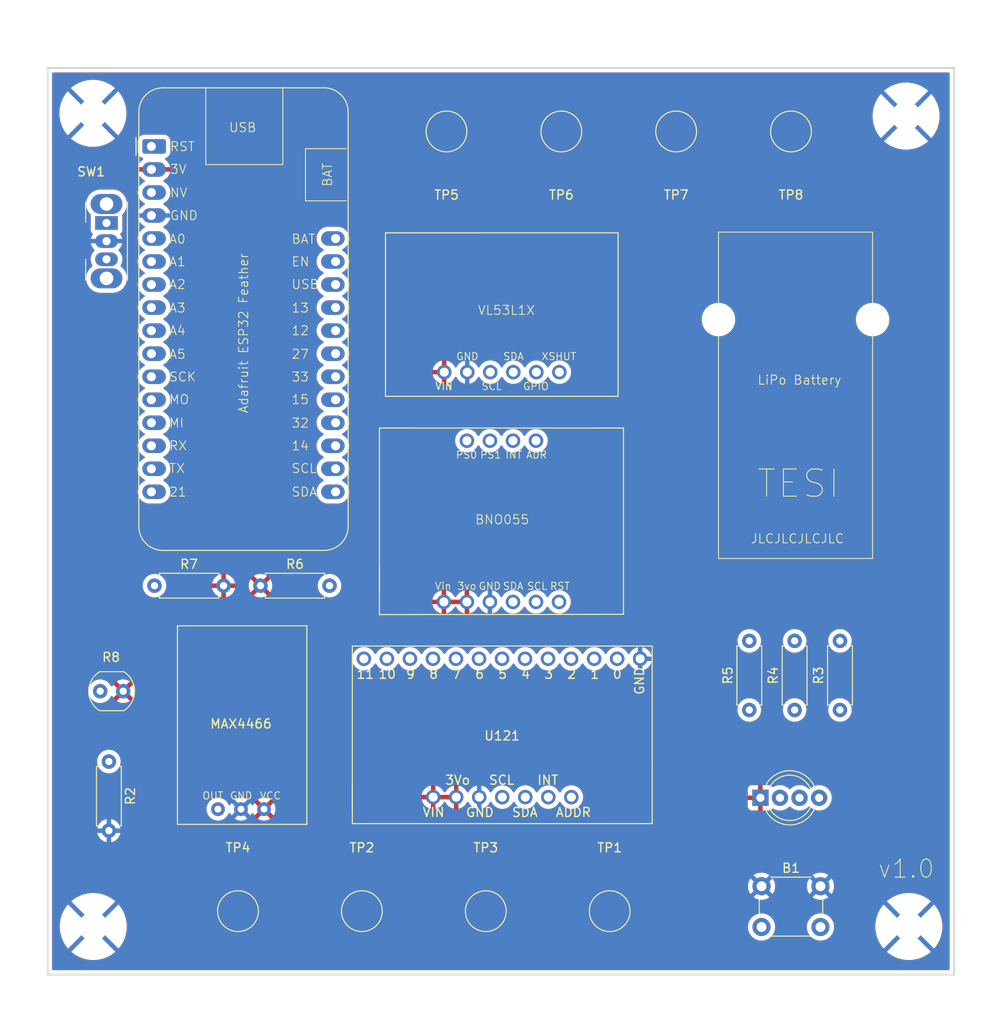
<source format=kicad_pcb>
(kicad_pcb (version 20240108) (generator "pcbnew") (generator_version "8.0")
  (layers (0 "F.Cu" signal) (31 "B.Cu" signal) (34 "B.Paste" user) (35 "F.Paste" user) (36 "B.SilkS" user "B.Silkscreen") (37 "F.SilkS" user "F.Silkscreen") (38 "B.Mask" user) (39 "F.Mask" user) (44 "Edge.Cuts" user))
  (net 0 "")
  (net 2 "Net-(A2-I34{slash}A2)")
  (net 9 "Net-(A2-A9{slash}IO33)")
  (net 12 "+3.3V")
  (net 16 "Net-(A2-A8{slash}IO15)")
  (net 18 "Net-(A2-A10{slash}IO27)")
  (net 19 "Net-(A2-EN)")
  (net 24 "Net-(A2-A7{slash}IO32)")
  (net 25 "Net-(U121-ELE1)")
  (net 31 "Net-(D1-RK)")
  (net 33 "Net-(D1-BK)")
  (net 34 "SDA")
  (net 35 "SCL")
  (net 41 "Net-(D1-GK)")
  (net 44 "Net-(A2-IO36{slash}A4)")
  (net 45 "GND")
  (net 47 "Net-(U121-ELE2)")
  (net 48 "Net-(U121-ELE3)")
  (net 49 "Net-(U121-LED0{slash}ELE4)")
  (net 50 "Net-(U121-LED1{slash}ELE5)")
  (net 51 "Net-(U121-LED2{slash}ELE6)")
  (net 52 "Net-(U121-LED3{slash}ELE7)")
  (net 53 "Net-(U121-LED4{slash}ELE8)")
  (footprint "Resistor_THT:R_Axial_DIN0207_L6.3mm_D2.5mm_P7.62mm_Horizontal" (layer "F.Cu") (at 132.4 110.81 90)
    (property "Reference" "R4" (at 3.81 -2.37 90) (layer "F.SilkS"))
    (property "Value" "220Ω")
    (fp_line (start 7.08 -1.37) (end 7.08 -1.04) (stroke (width 0.12)) (layer "F.SilkS"))
    (fp_line (start 0.54 -1.37) (end 7.08 -1.37) (stroke (width 0.12)) (layer "F.SilkS"))
    (fp_line (start 0.54 -1.04) (end 0.54 -1.37) (stroke (width 0.12)) (layer "F.SilkS"))
    (fp_line (start 0.54 1.04) (end 0.54 1.37) (stroke (width 0.12)) (layer "F.SilkS"))
    (fp_line (start 7.08 1.37) (end 7.08 1.04) (stroke (width 0.12)) (layer "F.SilkS"))
    (fp_line (start 0.54 1.37) (end 7.08 1.37) (stroke (width 0.12)) (layer "F.SilkS"))
    (pad "1" thru_hole circle (at 0 0 90) (size 1.6 1.6) (drill 0.8) (layers "*.Cu" "*.Mask") (net 41 "Net-(D1-GK)"))
    (pad "2" thru_hole oval (at 7.62 0 90) (size 1.6 1.6) (drill 0.8) (layers "*.Cu" "*.Mask") (net 9 "Net-(A2-A9{slash}IO33)"))
  )
  (footprint "Library:Adafruit HUZZAH32 Feather Board - WithoutMountingHoles" (layer "F.Cu") (at 61.4475 48.65)
    (property "Reference" "A2" (hide yes))
    (property "Value" "Adafruit Feather HUZZAH32" (hide yes))
    (fp_line (start -1.7 1) (end -1.7 -1) (stroke (width 0.12)) (layer "F.SilkS"))
    (fp_line (start -1.38 -3.81) (end -1.38 41.91) (stroke (width 0.12)) (layer "F.SilkS"))
    (fp_line (start 6 -6.5) (end 6 2) (stroke (width 0.1)) (layer "F.SilkS"))
    (fp_line (start 6 2) (end 14.5 2) (stroke (width 0.1)) (layer "F.SilkS"))
    (fp_line (start 14.5 2) (end 14.5 -6.5) (stroke (width 0.1)) (layer "F.SilkS"))
    (fp_line (start 17 0.25) (end 21.5 0.25) (stroke (width 0.1)) (layer "F.SilkS"))
    (fp_line (start 17 6) (end 17 0.25) (stroke (width 0.1)) (layer "F.SilkS"))
    (fp_line (start 19.05 -6.46) (end 1.27 -6.46) (stroke (width 0.12)) (layer "F.SilkS"))
    (fp_line (start 19.05 44.56) (end 1.27 44.56) (stroke (width 0.12)) (layer "F.SilkS"))
    (fp_line (start 21.5 6) (end 17 6) (stroke (width 0.1)) (layer "F.SilkS"))
    (fp_line (start 21.7 -3.81) (end 21.7 41.91) (stroke (width 0.12)) (layer "F.SilkS"))
    (fp_arc (start -1.38 -3.81) (mid -0.603833 -5.683833) (end 1.27 -6.46) (stroke (width 0.12)) (layer "F.SilkS"))
    (fp_arc (start 1.27 44.56) (mid -0.603833 43.783833) (end -1.38 41.91) (stroke (width 0.12)) (layer "F.SilkS"))
    (fp_arc (start 19.05 -6.46) (mid 20.923833 -5.683833) (end 21.7 -3.81) (stroke (width 0.12)) (layer "F.SilkS"))
    (fp_arc (start 21.7 41.91) (mid 20.923833 43.783833) (end 19.05 44.56) (stroke (width 0.12)) (layer "F.SilkS"))
    (fp_text user "13" (at 15.4 18.4 0) (layer "F.SilkS") (effects (font (thickness 0.1)) (justify left bottom)))
    (fp_text user "A1" (at 1.9 13.3 0) (layer "F.SilkS") (effects (font (thickness 0.1)) (justify left bottom)))
    (fp_text user "27" (at 15.4 23.5 0) (layer "F.SilkS") (effects (font (thickness 0.1)) (justify left bottom)))
    (fp_text user "GND" (at 2 8.2 0) (layer "F.SilkS") (effects (font (thickness 0.1)) (justify left bottom)))
    (fp_text user "14" (at 15.4 33.6 0) (layer "F.SilkS") (effects (font (thickness 0.1)) (justify left bottom)))
    (fp_text user "BAT" (at 20 4.5 90) (layer "F.SilkS") (effects (font (thickness 0.1)) (justify left bottom)))
    (fp_text user "NV" (at 2 5.7 0) (layer "F.SilkS") (effects (font (thickness 0.1)) (justify left bottom)))
    (fp_text user "RST" (at 2 0.6 0) (layer "F.SilkS") (effects (font (thickness 0.1)) (justify left bottom)))
    (fp_text user "A3" (at 1.9 18.4 0) (layer "F.SilkS") (effects (font (thickness 0.1)) (justify left bottom)))
    (fp_text user "SCL" (at 15.4 36.1 0) (layer "F.SilkS") (effects (font (thickness 0.1)) (justify left bottom)))
    (fp_text user "15" (at 15.4 28.5 0) (layer "F.SilkS") (effects (font (thickness 0.1)) (justify left bottom)))
    (fp_text user "A5" (at 1.9 23.5 0) (layer "F.SilkS") (effects (font (thickness 0.1)) (justify left bottom)))
    (fp_text user "A4" (at 1.9 20.9 0) (layer "F.SilkS") (effects (font (thickness 0.1)) (justify left bottom)))
    (fp_text user "USB" (at 15.4 15.8 0) (layer "F.SilkS") (effects (font (thickness 0.1)) (justify left bottom)))
    (fp_text user "21" (at 1.9 38.7 0) (layer "F.SilkS") (effects (font (thickness 0.1)) (justify left bottom)))
    (fp_text user "TX" (at 1.9 36.1 0) (layer "F.SilkS") (effects (font (thickness 0.1)) (justify left bottom)))
    (fp_text user "BAT" (at 15.4 10.8 0) (layer "F.SilkS") (effects (font (thickness 0.1)) (justify left bottom)))
    (fp_text user "32" (at 15.4 31.1 0) (layer "F.SilkS") (effects (font (thickness 0.1)) (justify left bottom)))
    (fp_text user "MO" (at 1.9 28.5 0) (layer "F.SilkS") (effects (font (thickness 0.1)) (justify left bottom)))
    (fp_text user "SDA" (at 15.4 38.7 0) (layer "F.SilkS") (effects (font (thickness 0.1)) (justify left bottom)))
    (fp_text user "12" (at 15.4 20.9 0) (layer "F.SilkS") (effects (font (thickness 0.1)) (justify left bottom)))
    (fp_text user "SCK" (at 1.9 26 0) (layer "F.SilkS") (effects (font (thickness 0.1)) (justify left bottom)))
    (fp_text user "A2" (at 1.9 15.8 0) (layer "F.SilkS") (effects (font (thickness 0.1)) (justify left bottom)))
    (fp_text user "RX" (at 1.9 33.6 0) (layer "F.SilkS") (effects (font (thickness 0.1)) (justify left bottom)))
    (fp_text user "Adafruit ESP32 Feather" (at 10.75 29.5 90) (layer "F.SilkS") (effects (font (thickness 0.1)) (justify left bottom)))
    (fp_text user "EN" (at 15.4 13.3 0) (layer "F.SilkS") (effects (font (thickness 0.1)) (justify left bottom)))
    (fp_text user "33" (at 15.4 26 0) (layer "F.SilkS") (effects (font (thickness 0.1)) (justify left bottom)))
    (fp_text user "A0" (at 1.9 10.8 0) (layer "F.SilkS") (effects (font (thickness 0.1)) (justify left bottom)))
    (fp_text user "USB" (at 8.5 -1.5 0) (layer "F.SilkS") (effects (font (thickness 0.1)) (justify left bottom)))
    (fp_text user "MI" (at 1.9 31.1 0) (layer "F.SilkS") (effects (font (thickness 0.1)) (justify left bottom)))
    (fp_text user "3V" (at 2 3.1 0) (layer "F.SilkS") (effects (font (thickness 0.1)) (justify left bottom)))
    (pad "1" thru_hole roundrect (at 0 0) (size 2.6 1.6) (drill 1 (offset 0.3 0)) (layers "*.Cu" "*.Mask") (roundrect_rratio 0.15625))
    (pad "2" thru_hole oval (at 0 2.54) (size 2.6 1.6) (drill 1 (offset 0.3 0)) (layers "*.Cu" "*.Mask") (net 12 "+3.3V"))
    (pad "3" thru_hole oval (at 0 5.08) (size 2.6 1.6) (drill 1 (offset 0.3 0)) (layers "*.Cu" "*.Mask"))
    (pad "4" thru_hole oval (at 0 7.62) (size 2.6 1.6) (drill 1 (offset 0.3 0)) (layers "*.Cu" "*.Mask") (net 45 "GND"))
    (pad "5" thru_hole oval (at 0 10.16) (size 2.6 1.6) (drill 1 (offset 0.3 0)) (layers "*.Cu" "*.Mask"))
    (pad "6" thru_hole oval (at 0 12.7) (size 2.6 1.6) (drill 1 (offset 0.3 0)) (layers "*.Cu" "*.Mask"))
    (pad "7" thru_hole oval (at 0 15.24) (size 2.6 1.6) (drill 1 (offset 0.3 0)) (layers "*.Cu" "*.Mask") (net 2 "Net-(A2-I34{slash}A2)"))
    (pad "8" thru_hole oval (at 0 17.78) (size 2.6 1.6) (drill 1 (offset 0.3 0)) (layers "*.Cu" "*.Mask"))
    (pad "9" thru_hole oval (at 0 20.32) (size 2.6 1.6) (drill 1 (offset 0.3 0)) (layers "*.Cu" "*.Mask") (net 44 "Net-(A2-IO36{slash}A4)"))
    (pad "10" thru_hole oval (at 0 22.86) (size 2.6 1.6) (drill 1 (offset 0.3 0)) (layers "*.Cu" "*.Mask"))
    (pad "11" thru_hole oval (at 0 25.4) (size 2.6 1.6) (drill 1 (offset 0.3 0)) (layers "*.Cu" "*.Mask"))
    (pad "12" thru_hole oval (at 0 27.94) (size 2.6 1.6) (drill 1 (offset 0.3 0)) (layers "*.Cu" "*.Mask"))
    (pad "13" thru_hole oval (at 0 30.48) (size 2.6 1.6) (drill 1 (offset 0.3 0)) (layers "*.Cu" "*.Mask"))
    (pad "14" thru_hole oval (at 0 33.02) (size 2.6 1.6) (drill 1 (offset 0.3 0)) (layers "*.Cu" "*.Mask"))
    (pad "15" thru_hole oval (at 0 35.56) (size 2.6 1.6) (drill 1 (offset 0.3 0)) (layers "*.Cu" "*.Mask"))
    (pad "16" thru_hole oval (at 0 38.1) (size 2.6 1.6) (drill 1 (offset 0.3 0)) (layers "*.Cu" "*.Mask"))
    (pad "17" thru_hole oval (at 20.32 38.1 180) (size 2.6 1.6) (drill 1 (offset 0.3 0)) (layers "*.Cu" "*.Mask") (net 34 "SDA"))
    (pad "18" thru_hole oval (at 20.32 35.56 180) (size 2.6 1.6) (drill 1 (offset 0.3 0)) (layers "*.Cu" "*.Mask") (net 35 "SCL"))
    (pad "19" thru_hole oval (at 20.32 33.02 180) (size 2.6 1.6) (drill 1 (offset 0.3 0)) (layers "*.Cu" "*.Mask"))
    (pad "20" thru_hole oval (at 20.32 30.48 180) (size 2.6 1.6) (drill 1 (offset 0.3 0)) (layers "*.Cu" "*.Mask") (net 24 "Net-(A2-A7{slash}IO32)"))
    (pad "21" thru_hole oval (at 20.32 27.94 180) (size 2.6 1.6) (drill 1 (offset 0.3 0)) (layers "*.Cu" "*.Mask") (net 16 "Net-(A2-A8{slash}IO15)"))
    (pad "22" thru_hole oval (at 20.32 25.4 180) (size 2.6 1.6) (drill 1 (offset 0.3 0)) (layers "*.Cu" "*.Mask") (net 9 "Net-(A2-A9{slash}IO33)"))
    (pad "23" thru_hole oval (at 20.32 22.86 180) (size 2.6 1.6) (drill 1 (offset 0.3 0)) (layers "*.Cu" "*.Mask") (net 18 "Net-(A2-A10{slash}IO27)"))
    (pad "24" thru_hole oval (at 20.32 20.32 180) (size 2.6 1.6) (drill 1 (offset 0.3 0)) (layers "*.Cu" "*.Mask"))
    (pad "25" thru_hole oval (at 20.32 17.78 180) (size 2.6 1.6) (drill 1 (offset 0.3 0)) (layers "*.Cu" "*.Mask"))
    (pad "26" thru_hole oval (at 20.32 15.24 180) (size 2.6 1.6) (drill 1 (offset 0.3 0)) (layers "*.Cu" "*.Mask"))
    (pad "27" thru_hole oval (at 20.32 12.7 180) (size 2.6 1.6) (drill 1 (offset 0.3 0)) (layers "*.Cu" "*.Mask") (net 19 "Net-(A2-EN)"))
    (pad "28" thru_hole oval (at 20.32 10.16 180) (size 2.6 1.6) (drill 1 (offset 0.3 0)) (layers "*.Cu" "*.Mask"))
  )
  (footprint "Button_Switch_THT:SW_Slide_SPDT_Angled_CK_OS102011MA1Q" (layer "F.Cu") (at 56.5 57.1 -90)
    (property "Reference" "SW1" (at -5.65 1.7 0) (layer "F.SilkS"))
    (property "Value" "POWER")
    (fp_line (start -2.3 2.3) (end -0.1 2.3) (stroke (width 0.12)) (layer "F.SilkS"))
    (fp_line (start 4 2.3) (end 6.3 2.3) (stroke (width 0.12)) (layer "F.SilkS"))
    (fp_line (start -2.3 -2.3) (end 6.3 -2.3) (stroke (width 0.12)) (layer "F.SilkS"))
    (pad "" thru_hole oval (at -2.1 0 270) (size 2.2 3.5) (drill 1.5) (layers "*.Cu" "*.Mask"))
    (pad "" thru_hole oval (at 6.1 0 270) (size 2.2 3.5) (drill 1.5) (layers "*.Cu" "*.Mask"))
    (pad "1" thru_hole rect (at 0 0 270) (size 1.5 2.5) (drill 0.9) (layers "*.Cu" "*.Mask"))
    (pad "2" thru_hole oval (at 2 0 270) (size 1.5 2.5) (drill 0.9) (layers "*.Cu" "*.Mask") (net 45 "GND"))
    (pad "3" thru_hole oval (at 4 0 270) (size 1.5 2.5) (drill 0.9) (layers "*.Cu" "*.Mask") (net 19 "Net-(A2-EN)"))
  )
  (footprint "TestPoint:TestPoint_Pad_D4.0mm" (layer "F.Cu") (at 112 133)
    (property "Reference" "TP1" (at 0 -6.999998 0) (layer "F.SilkS"))
    (property "Value" "TestPoint")
    (fp_circle (center 0 0) (end 0 2.25) (stroke (width 0.12)) (fill none) (layer "F.SilkS"))
    (pad "1" smd circle (at 0 0) (size 10 10) (layers "F.Cu" "F.Mask") (net 25 "Net-(U121-ELE1)"))
  )
  (footprint "Resistor_THT:R_Axial_DIN0207_L6.3mm_D2.5mm_P7.62mm_Horizontal" (layer "F.Cu") (at 73.48 97.1)
    (property "Reference" "R6" (at 3.81 -2.37 0) (layer "F.SilkS"))
    (property "Value" "4.7K")
    (fp_line (start 0.54 -1.37) (end 7.08 -1.37) (stroke (width 0.12)) (layer "F.SilkS"))
    (fp_line (start 0.54 -1.04) (end 0.54 -1.37) (stroke (width 0.12)) (layer "F.SilkS"))
    (fp_line (start 0.54 1.04) (end 0.54 1.37) (stroke (width 0.12)) (layer "F.SilkS"))
    (fp_line (start 0.54 1.37) (end 7.08 1.37) (stroke (width 0.12)) (layer "F.SilkS"))
    (fp_line (start 7.08 -1.37) (end 7.08 -1.04) (stroke (width 0.12)) (layer "F.SilkS"))
    (fp_line (start 7.08 1.37) (end 7.08 1.04) (stroke (width 0.12)) (layer "F.SilkS"))
    (pad "1" thru_hole circle (at 0 0) (size 1.6 1.6) (drill 0.8) (layers "*.Cu" "*.Mask") (net 12 "+3.3V"))
    (pad "2" thru_hole oval (at 7.62 0) (size 1.6 1.6) (drill 0.8) (layers "*.Cu" "*.Mask") (net 34 "SDA"))
  )
  (footprint "TestPoint:TestPoint_Pad_D4.0mm" (layer "F.Cu") (at 94 47)
    (property "Reference" "TP5" (at 0 7 0) (layer "F.SilkS"))
    (property "Value" "TestPoint")
    (fp_circle (center 0 0) (end 0 2.25) (stroke (width 0.12)) (fill none) (layer "F.SilkS"))
    (pad "1" smd circle (at 0 0) (size 10 10) (layers "F.Cu" "F.Mask") (net 50 "Net-(U121-LED1{slash}ELE5)"))
  )
  (footprint "Resistor_THT:R_Axial_DIN0207_L6.3mm_D2.5mm_P7.62mm_Horizontal" (layer "F.Cu") (at 61.79 97.1)
    (property "Reference" "R7" (at 3.81 -2.37 0) (layer "F.SilkS"))
    (property "Value" "4.7K")
    (fp_line (start 0.54 -1.37) (end 7.08 -1.37) (stroke (width 0.12)) (layer "F.SilkS"))
    (fp_line (start 0.54 -1.04) (end 0.54 -1.37) (stroke (width 0.12)) (layer "F.SilkS"))
    (fp_line (start 0.54 1.04) (end 0.54 1.37) (stroke (width 0.12)) (layer "F.SilkS"))
    (fp_line (start 0.54 1.37) (end 7.08 1.37) (stroke (width 0.12)) (layer "F.SilkS"))
    (fp_line (start 7.08 -1.37) (end 7.08 -1.04) (stroke (width 0.12)) (layer "F.SilkS"))
    (fp_line (start 7.08 1.37) (end 7.08 1.04) (stroke (width 0.12)) (layer "F.SilkS"))
    (pad "1" thru_hole circle (at 0 0) (size 1.6 1.6) (drill 0.8) (layers "*.Cu" "*.Mask") (net 35 "SCL"))
    (pad "2" thru_hole oval (at 7.62 0) (size 1.6 1.6) (drill 0.8) (layers "*.Cu" "*.Mask") (net 12 "+3.3V"))
  )
  (footprint "Library:MountingHole_3.2mm_M3" (layer "F.Cu") (at 124 67.75)
    (property "Reference" "H5" (hide yes))
    (property "Value" "MountingHole")
    (pad "" np_thru_hole circle (at 0 0) (size 3.2 3.2) (drill 3.2) (layers "*.Cu" "*.Mask"))
  )
  (footprint "TestPoint:TestPoint_Pad_D4.0mm" (layer "F.Cu") (at 119.3333 47)
    (property "Reference" "TP7" (at 0 7 0) (layer "F.SilkS"))
    (property "Value" "TestPoint")
    (fp_circle (center 0 0) (end 0 2.25) (stroke (width 0.12)) (fill none) (layer "F.SilkS"))
    (pad "1" smd circle (at 0 0) (size 10 10) (layers "F.Cu" "F.Mask") (net 52 "Net-(U121-LED3{slash}ELE7)"))
  )
  (footprint "Resistor_THT:R_Axial_DIN0207_L6.3mm_D2.5mm_P7.62mm_Horizontal" (layer "F.Cu") (at 127.4 110.81 90)
    (property "Reference" "R5" (at 3.81 -2.37 90) (layer "F.SilkS"))
    (property "Value" "220Ω")
    (fp_line (start 7.08 -1.37) (end 7.08 -1.04) (stroke (width 0.12)) (layer "F.SilkS"))
    (fp_line (start 0.54 -1.37) (end 7.08 -1.37) (stroke (width 0.12)) (layer "F.SilkS"))
    (fp_line (start 0.54 -1.04) (end 0.54 -1.37) (stroke (width 0.12)) (layer "F.SilkS"))
    (fp_line (start 0.54 1.04) (end 0.54 1.37) (stroke (width 0.12)) (layer "F.SilkS"))
    (fp_line (start 7.08 1.37) (end 7.08 1.04) (stroke (width 0.12)) (layer "F.SilkS"))
    (fp_line (start 0.54 1.37) (end 7.08 1.37) (stroke (width 0.12)) (layer "F.SilkS"))
    (pad "1" thru_hole circle (at 0 0 90) (size 1.6 1.6) (drill 0.8) (layers "*.Cu" "*.Mask") (net 31 "Net-(D1-RK)"))
    (pad "2" thru_hole oval (at 7.62 0 90) (size 1.6 1.6) (drill 0.8) (layers "*.Cu" "*.Mask") (net 18 "Net-(A2-A10{slash}IO27)"))
  )
  (footprint "TestPoint:TestPoint_Pad_D4.0mm" (layer "F.Cu") (at 84.6667 133)
    (property "Reference" "TP2" (at 0 -6.999998 0) (layer "F.SilkS"))
    (property "Value" "TestPoint")
    (fp_circle (center 0 0) (end 0 2.25) (stroke (width 0.12)) (fill none) (layer "F.SilkS"))
    (pad "1" smd circle (at 0 0) (size 10 10) (layers "F.Cu" "F.Mask") (net 47 "Net-(U121-ELE2)"))
  )
  (footprint "TestPoint:TestPoint_Pad_D4.0mm" (layer "F.Cu") (at 106.6667 47)
    (property "Reference" "TP6" (at 0 7 0) (layer "F.SilkS"))
    (property "Value" "TestPoint")
    (fp_circle (center 0 0) (end 0 2.25) (stroke (width 0.12)) (fill none) (layer "F.SilkS"))
    (pad "1" smd circle (at 0 0) (size 10 10) (layers "F.Cu" "F.Mask") (net 51 "Net-(U121-LED2{slash}ELE6)"))
  )
  (footprint "Library:MAX4466" (layer "F.Cu") (at 71.333 111.59)
    (property "Reference" "MAX4466" (at 0 0.75 0) (layer "F.SilkS"))
    (property "Value" "Electret Mic" (hide yes))
    (fp_line (start -7.0104 -10.0584) (end 7.2644 -10.0584) (stroke (width 0.12)) (layer "F.SilkS"))
    (fp_line (start -7.0104 11.8364) (end -7.0104 -10.0584) (stroke (width 0.12)) (layer "F.SilkS"))
    (fp_line (start 7.2644 -10.0584) (end 7.2644 11.8364) (stroke (width 0.12)) (layer "F.SilkS"))
    (fp_line (start 7.2644 11.8364) (end -7.0104 11.8364) (stroke (width 0.12)) (layer "F.SilkS"))
    (fp_text user "VCC" (at 2.032 9.144 0) (layer "F.SilkS") (effects (font (size 0.8 0.8) (thickness 0.1)) (justify left bottom)))
    (fp_text user "GND" (at -1.27 9.144 0) (layer "F.SilkS") (effects (font (size 0.8 0.8) (thickness 0.1)) (justify left bottom)))
    (fp_text user "OUT" (at -4.318 9.144 0) (layer "F.SilkS") (effects (font (size 0.8 0.8) (thickness 0.1)) (justify left bottom)))
    (pad "1" thru_hole circle (at 2.54 10.16) (size 1.524 1.524) (drill 0.762) (layers "*.Cu" "*.Mask") (net 12 "+3.3V"))
    (pad "2" thru_hole circle (at 0 10.16) (size 1.524 1.524) (drill 0.762) (layers "*.Cu" "*.Mask") (net 45 "GND"))
    (pad "3" thru_hole circle (at -2.54 10.16) (size 1.524 1.524) (drill 0.762) (layers "*.Cu" "*.Mask") (net 44 "Net-(A2-IO36{slash}A4)"))
  )
  (footprint "LED_THT:LED_D5.0mm-4_RGB_Wide_Pins" (layer "F.Cu") (at 128.622 120.5)
    (property "Reference" "D1" (hide yes))
    (property "Value" "RGB LED")
    (fp_line (start 0.6785 -1.545) (end 0.6785 -1.08) (stroke (width 0.12)) (layer "F.SilkS"))
    (fp_line (start 0.6785 1.08) (end 0.6785 1.545) (stroke (width 0.12)) (layer "F.SilkS"))
    (fp_arc (start 0.6785 -1.54483) (mid 3.496956 -2.978809) (end 6.026315 -1.080827) (stroke (width 0.12)) (layer "F.SilkS"))
    (fp_arc (start 0.983816 -1.08) (mid 3.238262 -2.5) (end 5.492979 -1.080429) (stroke (width 0.12)) (layer "F.SilkS"))
    (fp_arc (start 5.492979 1.080429) (mid 3.238262 2.5) (end 0.983816 1.08) (stroke (width 0.12)) (layer "F.SilkS"))
    (fp_arc (start 6.026315 1.080827) (mid 3.496956 2.978808) (end 0.6785 1.54483) (stroke (width 0.12)) (layer "F.SilkS"))
    (pad "1" thru_hole rect (at 0 0) (size 1.8 1.8) (drill 0.9) (layers "*.Cu" "*.Mask") (net 12 "+3.3V"))
    (pad "2" thru_hole circle (at 2.159 0) (size 1.8 1.8) (drill 0.9) (layers "*.Cu" "*.Mask") (net 31 "Net-(D1-RK)"))
    (pad "3" thru_hole circle (at 4.318 0) (size 1.8 1.8) (drill 0.9) (layers "*.Cu" "*.Mask") (net 41 "Net-(D1-GK)"))
    (pad "4" thru_hole circle (at 6.477 0) (size 1.8 1.8) (drill 0.9) (layers "*.Cu" "*.Mask") (net 33 "Net-(D1-BK)"))
  )
  (footprint "Button_Switch_THT:SW_PUSH_6mm" (layer "F.Cu") (at 128.75 130.25)
    (property "Reference" "B1" (at 3.25 -2 0) (layer "F.SilkS"))
    (property "Value" "MUTE")
    (fp_line (start -0.25 1.5) (end -0.25 3) (stroke (width 0.12)) (layer "F.SilkS"))
    (fp_line (start 1 5.5) (end 5.5 5.5) (stroke (width 0.12)) (layer "F.SilkS"))
    (fp_line (start 5.5 -1) (end 1 -1) (stroke (width 0.12)) (layer "F.SilkS"))
    (fp_line (start 6.75 3) (end 6.75 1.5) (stroke (width 0.12)) (layer "F.SilkS"))
    (pad "1" thru_hole circle (at 0 0 90) (size 2 2) (drill 1.1) (layers "*.Cu" "*.Mask") (net 45 "GND"))
    (pad "1" thru_hole circle (at 6.5 0 90) (size 2 2) (drill 1.1) (layers "*.Cu" "*.Mask") (net 45 "GND"))
    (pad "2" thru_hole circle (at 0 4.5 90) (size 2 2) (drill 1.1) (layers "*.Cu" "*.Mask") (net 24 "Net-(A2-A7{slash}IO32)"))
    (pad "2" thru_hole circle (at 6.5 4.5 90) (size 2 2) (drill 1.1) (layers "*.Cu" "*.Mask") (net 24 "Net-(A2-A7{slash}IO32)"))
  )
  (footprint "Library:MountingHole_3.2mm_M3" (layer "F.Cu") (at 144.6971 45.3029)
    (property "Reference" "H4" (hide yes))
    (property "Value" "MH-3.2mm")
    (pad "" np_thru_hole circle (at 0 0) (size 3.2 3.2) (drill 3.2) (layers "*.Cu" "*.Mask"))
  )
  (footprint "Library:MountingHole_3.2mm_M3" (layer "F.Cu") (at 55 45)
    (property "Reference" "H3" (hide yes))
    (property "Value" "MH-3.2mm")
    (pad "" np_thru_hole circle (at 0 0) (size 3.2 3.2) (drill 3.2) (layers "*.Cu" "*.Mask"))
  )
  (footprint "Library:MountingHole_3.2mm_M3" (layer "F.Cu") (at 141 67.75)
    (property "Reference" "H6" (hide yes))
    (property "Value" "MountingHole")
    (pad "" np_thru_hole circle (at 0 0) (size 3.2 3.2) (drill 3.2) (layers "*.Cu" "*.Mask"))
  )
  (footprint "Library:MountingHole_3.2mm_M3" (layer "F.Cu") (at 145 134.6971)
    (property "Reference" "H2" (hide yes))
    (property "Value" "MH-3.2mm")
    (pad "" np_thru_hole circle (at 0 0) (size 3.2 3.2) (drill 3.2) (layers "*.Cu" "*.Mask"))
  )
  (footprint "Library:MountingHole_3.2mm_M3" (layer "F.Cu") (at 55.0371 134.6971)
    (property "Reference" "H1" (hide yes))
    (property "Value" "MH-3.2mm")
    (pad "" np_thru_hole circle (at 0 0) (size 3.2 3.2) (drill 3.2) (layers "*.Cu" "*.Mask"))
  )
  (footprint "Library:Lipo Battery 400 mAh" (layer "F.Cu") (at 132.5 76.1 90)
    (property "Reference" "LiPo Battery" (hide yes))
    (property "Value" "Battery")
    (fp_line (start 18 -8.5) (end 18 8.5) (stroke (width 0.1)) (layer "F.SilkS"))
    (fp_line (start -18 -8.5) (end 18 -8.5) (stroke (width 0.1)) (layer "F.SilkS"))
    (fp_line (start 18 8.5) (end -18 8.5) (stroke (width 0.1)) (layer "F.SilkS"))
    (fp_line (start -18 8.5) (end -18 -8.5) (stroke (width 0.1)) (layer "F.SilkS"))
    (fp_text user "LiPo Battery" (at 1.1 -4.25 0) (layer "F.SilkS") (effects (font (thickness 0.1)) (justify left bottom)))
  )
  (footprint "OptoDevice:R_LDR_4.9x4.2mm_P2.54mm_Vertical" (layer "F.Cu") (at 55.8 108.74)
    (property "Reference" "R8" (at 1.2 -3.74 0) (layer "F.SilkS"))
    (property "Value" "LDR")
    (fp_line (start -0.05 -2.15) (end 2.6 -2.15) (stroke (width 0.12)) (layer "F.SilkS"))
    (fp_line (start -0.05 2.15) (end 2.6 2.15) (stroke (width 0.12)) (layer "F.SilkS"))
    (fp_arc (start -0.05 2.15) (mid -1.262424 0.01494) (end -0.075476 -2.134388) (stroke (width 0.12)) (layer "F.SilkS"))
    (fp_arc (start 2.6 -2.15) (mid 3.788646 -0.016616) (end 2.628027 2.132145) (stroke (width 0.12)) (layer "F.SilkS"))
    (pad "1" thru_hole circle (at 0 0) (size 1.6 1.6) (drill 0.8) (layers "*.Cu" "*.Mask") (net 2 "Net-(A2-I34{slash}A2)"))
    (pad "2" thru_hole circle (at 2.54 0) (size 1.6 1.6) (drill 0.8) (layers "*.Cu" "*.Mask") (net 12 "+3.3V"))
  )
  (footprint "Resistor_THT:R_Axial_DIN0207_L6.3mm_D2.5mm_P7.62mm_Horizontal" (layer "F.Cu") (at 56.76 116.5 -90)
    (property "Reference" "R2" (at 3.81 -2.37 -90) (layer "F.SilkS"))
    (property "Value" "5K")
    (fp_line (start 0.54 1.37) (end 7.08 1.37) (stroke (width 0.12)) (layer "F.SilkS"))
    (fp_line (start 7.08 1.37) (end 7.08 1.04) (stroke (width 0.12)) (layer "F.SilkS"))
    (fp_line (start 0.54 1.04) (end 0.54 1.37) (stroke (width 0.12)) (layer "F.SilkS"))
    (fp_line (start 0.54 -1.04) (end 0.54 -1.37) (stroke (width 0.12)) (layer "F.SilkS"))
    (fp_line (start 0.54 -1.37) (end 7.08 -1.37) (stroke (width 0.12)) (layer "F.SilkS"))
    (fp_line (start 7.08 -1.37) (end 7.08 -1.04) (stroke (width 0.12)) (layer "F.SilkS"))
    (pad "1" thru_hole circle (at 0 0 270) (size 1.6 1.6) (drill 0.8) (layers "*.Cu" "*.Mask") (net 2 "Net-(A2-I34{slash}A2)"))
    (pad "2" thru_hole oval (at 7.62 0 270) (size 1.6 1.6) (drill 0.8) (layers "*.Cu" "*.Mask") (net 45 "GND"))
  )
  (footprint "Library:MPR121" (layer "F.Cu") (at 84.8846 105.161)
    (property "Reference" "U121" (at 15.25 8.5 180) (layer "F.SilkS"))
    (property "Value" "MPR121" (hide yes))
    (fp_line (start -1.27 -1.4) (end -1.27 16.64) (stroke (width 0.12)) (layer "F.SilkS"))
    (fp_line (start -1.27 13.97) (end -1.27 18.1864) (stroke (width 0.12)) (layer "F.SilkS"))
    (fp_line (start -1.27 18.1864) (end 31.8008 18.1864) (stroke (width 0.12)) (layer "F.SilkS"))
    (fp_line (start 31.8008 -1.4) (end -1.27 -1.4) (stroke (width 0.12)) (layer "F.SilkS"))
    (fp_line (start 31.8008 -1.4) (end 31.8008 11.56) (stroke (width 0.12)) (layer "F.SilkS"))
    (fp_line (start 31.8008 18.1864) (end 31.8008 11.56) (stroke (width 0.12)) (layer "F.SilkS"))
    (fp_text user "2" (at 22.352 2.286 0) (layer "F.SilkS") (effects (justify left bottom)))
    (fp_text user "GND" (at 30.988 4.064 90) (layer "F.SilkS") (effects (justify left bottom)))
    (fp_text user "9" (at 4.572 2.286 0) (layer "F.SilkS") (effects (justify left bottom)))
    (fp_text user "0" (at 27.38 2.286 0) (layer "F.SilkS") (effects (justify left bottom)))
    (fp_text user "4" (at 17.272 2.286 0) (layer "F.SilkS") (effects (justify left bottom)))
    (fp_text user "8" (at 7.112 2.286 0) (layer "F.SilkS") (effects (justify left bottom)))
    (fp_text user "SCL" (at 13.716 13.97 0) (layer "F.SilkS") (effects (justify left bottom)))
    (fp_text user "3Vo" (at 8.89 13.97 0) (layer "F.SilkS") (effects (justify left bottom)))
    (fp_text user "1" (at 24.892 2.286 0) (layer "F.SilkS") (effects (justify left bottom)))
    (fp_text user "VIN" (at 6.4 17.526 0) (layer "F.SilkS") (effects (justify left bottom)))
    (fp_text user "10" (at 1.524 2.286 0) (layer "F.SilkS") (effects (justify left bottom)))
    (fp_text user "5" (at 14.732 2.286 0) (layer "F.SilkS") (effects (justify left bottom)))
    (fp_text user "11" (at -0.889 2.286 0) (layer "F.SilkS") (effects (justify left bottom)))
    (fp_text user "GND" (at 11.176 17.526 0) (layer "F.SilkS") (effects (justify left bottom)))
    (fp_text user "7" (at 9.652 2.286 0) (layer "F.SilkS") (effects (justify left bottom)))
    (fp_text user "ADDR" (at 21.082 17.526 0) (layer "F.SilkS") (effects (justify left bottom)))
    (fp_text user "SDA" (at 16.256 17.526 0) (layer "F.SilkS") (effects (justify left bottom)))
    (fp_text user "6" (at 12.192 2.286 0) (layer "F.SilkS") (effects (justify left bottom)))
    (fp_text user "3" (at 19.812 2.286 0) (layer "F.SilkS") (effects (justify left bottom)))
    (fp_text user "INT" (at 19.05 13.97 0) (layer "F.SilkS") (effects (justify left bottom)))
    (pad "1" thru_hole oval (at 20.347 15.264 90) (size 1.6 1.6) (drill 1) (layers "*.Cu" "*.Mask"))
    (pad "2" thru_hole oval (at 15.267 15.264 90) (size 1.6 1.6) (drill 1) (layers "*.Cu" "*.Mask") (net 35 "SCL"))
    (pad "3" thru_hole oval (at 17.807 15.264 90) (size 1.6 1.6) (drill 1) (layers "*.Cu" "*.Mask") (net 34 "SDA"))
    (pad "4" thru_hole oval (at 22.887 15.264 90) (size 1.6 1.6) (drill 1) (layers "*.Cu" "*.Mask"))
    (pad "5" thru_hole oval (at 10.187 15.264 90) (size 1.6 1.6) (drill 1) (layers "*.Cu" "*.Mask") (net 12 "+3.3V"))
    (pad "6" thru_hole oval (at 12.727 15.264 90) (size 1.6 1.6) (drill 1) (layers "*.Cu" "*.Mask") (net 45 "GND"))
    (pad "7" thru_hole oval (at 30.48 0 90) (size 1.6 1.6) (drill 1) (layers "*.Cu" "*.Mask") (net 45 "GND"))
    (pad "8" thru_hole oval (at 27.94 0 90) (size 1.6 1.6) (drill 1) (layers "*.Cu" "*.Mask"))
    (pad "9" thru_hole oval (at 25.4 0 90) (size 1.6 1.6) (drill 1) (layers "*.Cu" "*.Mask") (net 25 "Net-(U121-ELE1)"))
    (pad "10" thru_hole oval (at 22.86 0 90) (size 1.6 1.6) (drill 1) (layers "*.Cu" "*.Mask") (net 47 "Net-(U121-ELE2)"))
    (pad "11" thru_hole oval (at 20.32 0 90) (size 1.6 1.6) (drill 1) (layers "*.Cu" "*.Mask") (net 48 "Net-(U121-ELE3)"))
    (pad "12" thru_hole oval (at 17.78 0 90) (size 1.6 1.6) (drill 1) (layers "*.Cu" "*.Mask") (net 49 "Net-(U121-LED0{slash}ELE4)"))
    (pad "13" thru_hole oval (at 15.24 0 90) (size 1.6 1.6) (drill 1) (layers "*.Cu" "*.Mask") (net 50 "Net-(U121-LED1{slash}ELE5)"))
    (pad "14" thru_hole oval (at 12.7 0 90) (size 1.6 1.6) (drill 1) (layers "*.Cu" "*.Mask") (net 51 "Net-(U121-LED2{slash}ELE6)"))
    (pad "15" thru_hole oval (at 10.16 0 90) (size 1.6 1.6) (drill 1) (layers "*.Cu" "*.Mask") (net 52 "Net-(U121-LED3{slash}ELE7)"))
    (pad "16" thru_hole oval (at 7.62 0 90) (size 1.6 1.6) (drill 1) (layers "*.Cu" "*.Mask") (net 53 "Net-(U121-LED4{slash}ELE8)"))
    (pad "17" thru_hole oval (at 5.08 0 90) (size 1.6 1.6) (drill 1) (layers "*.Cu" "*.Mask"))
    (pad "18" thru_hole oval (at 2.54 0 90) (size 1.6 1.6) (drill 1) (layers "*.Cu" "*.Mask"))
    (pad "19" thru_hole oval (at 0 0 90) (size 1.6 1.6) (drill 1) (layers "*.Cu" "*.Mask"))
    (pad "20" thru_hole oval (at 7.647 15.264 90) (size 1.6 1.6) (drill 1) (layers "*.Cu" "*.Mask") (net 12 "+3.3V"))
  )
  (footprint "TestPoint:TestPoint_Pad_D4.0mm" (layer "F.Cu") (at 98.3333 133)
    (property "Reference" "TP3" (at 0 -6.999998 0) (layer "F.SilkS"))
    (property "Value" "TestPoint")
    (fp_circle (center 0 0) (end 0 2.25) (stroke (width 0.12)) (fill none) (layer "F.SilkS"))
    (pad "1" smd circle (at 0 0) (size 10 10) (layers "F.Cu" "F.Mask") (net 48 "Net-(U121-ELE3)"))
  )
  (footprint "Resistor_THT:R_Axial_DIN0207_L6.3mm_D2.5mm_P7.62mm_Horizontal" (layer "F.Cu") (at 137.4 110.81 90)
    (property "Reference" "R3" (at 3.81 -2.37 90) (layer "F.SilkS"))
    (property "Value" "220Ω")
    (fp_line (start 7.08 -1.37) (end 7.08 -1.04) (stroke (width 0.12)) (layer "F.SilkS"))
    (fp_line (start 0.54 -1.37) (end 7.08 -1.37) (stroke (width 0.12)) (layer "F.SilkS"))
    (fp_line (start 0.54 -1.04) (end 0.54 -1.37) (stroke (width 0.12)) (layer "F.SilkS"))
    (fp_line (start 0.54 1.04) (end 0.54 1.37) (stroke (width 0.12)) (layer "F.SilkS"))
    (fp_line (start 7.08 1.37) (end 7.08 1.04) (stroke (width 0.12)) (layer "F.SilkS"))
    (fp_line (start 0.54 1.37) (end 7.08 1.37) (stroke (width 0.12)) (layer "F.SilkS"))
    (pad "1" thru_hole circle (at 0 0 90) (size 1.6 1.6) (drill 0.8) (layers "*.Cu" "*.Mask") (net 33 "Net-(D1-BK)"))
    (pad "2" thru_hole oval (at 7.62 0 90) (size 1.6 1.6) (drill 0.8) (layers "*.Cu" "*.Mask") (net 16 "Net-(A2-A8{slash}IO15)"))
  )
  (footprint "TestPoint:TestPoint_Pad_D4.0mm" (layer "F.Cu") (at 71 133)
    (property "Reference" "TP4" (at 0 -6.999998 0) (layer "F.SilkS"))
    (property "Value" "TestPoint")
    (fp_circle (center 0 0) (end 0 2.25) (stroke (width 0.12)) (fill none) (layer "F.SilkS"))
    (pad "1" smd circle (at 0 0) (size 10 10) (layers "F.Cu" "F.Mask") (net 49 "Net-(U121-LED0{slash}ELE4)"))
  )
  (footprint "Library:VL53L1X" (layer "F.Cu") (at 87.4 58.31)
    (property "Reference" "U3" (hide yes))
    (property "Value" "VL53L1CX")
    (fp_line (start -0.127 -0.13) (end -0.127 17.907) (stroke (width 0.12)) (layer "F.SilkS"))
    (fp_line (start -0.127 17.907) (end 25.527 17.907) (stroke (width 0.12)) (layer "F.SilkS"))
    (fp_line (start 25.527 -0.127) (end -0.127 -0.13) (stroke (width 0.12)) (layer "F.SilkS"))
    (fp_line (start 25.527 17.907) (end 25.527 -0.127) (stroke (width 0.12)) (layer "F.SilkS"))
    (fp_text user "SCL" (at 10.414 17.272 0) (layer "F.SilkS") (effects (font (size 0.8 0.8) (thickness 0.1)) (justify left bottom)))
    (fp_text user "XSHUT" (at 17.018 13.97 0) (layer "F.SilkS") (effects (font (size 0.8 0.8) (thickness 0.1)) (justify left bottom)))
    (fp_text user "SDA" (at 12.8016 13.97 0) (layer "F.SilkS") (effects (font (size 0.8 0.8) (thickness 0.1)) (justify left bottom)))
    (fp_text user "VL53L1X" (at 10 9 0) (layer "F.SilkS") (effects (font (thickness 0.1)) (justify left bottom)))
    (fp_text user "GPIO" (at 14.986 17.272 0) (layer "F.SilkS") (effects (font (size 0.8 0.8) (thickness 0.1)) (justify left bottom)))
    (fp_text user "Vin" (at 5.307 17.272 0) (layer "F.SilkS") (effects (font (size 0.8 0.8) (thickness 0.1)) (justify left bottom)))
    (fp_text user "VIN" (at 5.307 17.272 0) (layer "F.SilkS") (effects (font (size 0.8 0.8) (thickness 0.1)) (justify left bottom)))
    (fp_text user "GND" (at 7.62 13.97 0) (layer "F.SilkS") (effects (font (size 0.8 0.8) (thickness 0.1)) (justify left bottom)))
    (pad "1" thru_hole oval (at 6.35 15.24 90) (size 1.6 1.6) (drill 1) (layers "*.Cu" "*.Mask") (net 12 "+3.3V"))
    (pad "2" thru_hole oval (at 8.89 15.24 90) (size 1.6 1.6) (drill 1) (layers "*.Cu" "*.Mask") (net 45 "GND"))
    (pad "3" thru_hole oval (at 11.43 15.24 90) (size 1.6 1.6) (drill 1) (layers "*.Cu" "*.Mask") (net 35 "SCL"))
    (pad "4" thru_hole oval (at 13.97 15.24 90) (size 1.6 1.6) (drill 1) (layers "*.Cu" "*.Mask") (net 34 "SDA"))
    (pad "5" thru_hole oval (at 16.51 15.24 90) (size 1.6 1.6) (drill 1) (layers "*.Cu" "*.Mask"))
    (pad "6" thru_hole oval (at 19.05 15.24 90) (size 1.6 1.6) (drill 1) (layers "*.Cu" "*.Mask"))
  )
  (footprint "Library:BNO055" (layer "F.Cu") (at 86.5997 79.84)
    (property "Reference" "U2" (hide yes))
    (property "Value" "BNO055" (hide yes))
    (fp_line (start 0 -0.13) (end 0 17.91) (stroke (width 0.12)) (layer "F.SilkS"))
    (fp_line (start 0 15.24) (end 0 20.447) (stroke (width 0.12)) (layer "F.SilkS"))
    (fp_line (start 0 20.447) (end 26.924 20.4216) (stroke (width 0.12)) (layer "F.SilkS"))
    (fp_line (start 26.924 -0.127) (end 0 -0.13) (stroke (width 0.12)) (layer "F.SilkS"))
    (fp_line (start 26.924 20.4216) (end 26.924 -0.127) (stroke (width 0.12)) (layer "F.SilkS"))
    (fp_text user "BNO055" (at 10.5003 10.56 0) (layer "F.SilkS") (effects (font (thickness 0.1)) (justify left bottom)))
    (fp_text user "3vo" (at 8.5344 17.78 0) (layer "F.SilkS") (effects (font (size 0.8 0.8) (thickness 0.1)) (justify left bottom)))
    (fp_text user "PS1" (at 11.049 3.302 0) (layer "F.SilkS") (effects (font (size 0.8 0.8) (thickness 0.1)) (justify left bottom)))
    (fp_text user "SCL" (at 16.229 17.78 0) (layer "F.SilkS") (effects (font (size 0.8 0.8) (thickness 0.1)) (justify left bottom)))
    (fp_text user "ADR" (at 16.129 3.302 0) (layer "F.SilkS") (effects (font (size 0.8 0.8) (thickness 0.1)) (justify left bottom)))
    (fp_text user "RST" (at 18.769 17.78 0) (layer "F.SilkS") (effects (font (size 0.8 0.8) (thickness 0.1)) (justify left bottom)))
    (fp_text user "INT" (at 13.843 3.302 0) (layer "F.SilkS") (effects (font (size 0.8 0.8) (thickness 0.1)) (justify left bottom)))
    (fp_text user "PS0" (at 8.382 3.302 0) (layer "F.SilkS") (effects (font (size 0.8 0.8) (thickness 0.1)) (justify left bottom)))
    (fp_text user "GND" (at 10.895 17.78 0) (layer "F.SilkS") (effects (font (size 0.8 0.8) (thickness 0.1)) (justify left bottom)))
    (fp_text user "Vin" (at 6.069 17.78 0) (layer "F.SilkS") (effects (font (size 0.8 0.8) (thickness 0.1)) (justify left bottom)))
    (fp_text user "SDA" (at 13.5636 17.78 0) (layer "F.SilkS") (effects (font (size 0.8 0.8) (thickness 0.1)) (justify left bottom)))
    (pad "2" thru_hole oval (at 12.192 19.05 90) (size 1.6 1.6) (drill 1) (layers "*.Cu" "*.Mask") (net 45 "GND"))
    (pad "3" thru_hole oval (at 7.112 19.05 90) (size 1.6 1.6) (drill 1) (layers "*.Cu" "*.Mask") (net 12 "+3.3V"))
    (pad "4" thru_hole oval (at 9.652 19.05 90) (size 1.6 1.6) (drill 1) (layers "*.Cu" "*.Mask") (net 12 "+3.3V"))
    (pad "5" thru_hole oval (at 12.192 1.27 90) (size 1.6 1.6) (drill 1) (layers "*.Cu" "*.Mask"))
    (pad "6" thru_hole oval (at 9.652 1.27 90) (size 1.6 1.6) (drill 1) (layers "*.Cu" "*.Mask"))
    (pad "11" thru_hole oval (at 19.812 19.05 90) (size 1.6 1.6) (drill 1) (layers "*.Cu" "*.Mask"))
    (pad "14" thru_hole oval (at 14.732 1.27 90) (size 1.6 1.6) (drill 1) (layers "*.Cu" "*.Mask"))
    (pad "17" thru_hole oval (at 17.272 1.27 90) (size 1.6 1.6) (drill 1) (layers "*.Cu" "*.Mask"))
    (pad "19" thru_hole oval (at 17.272 19.05 90) (size 1.6 1.6) (drill 1) (layers "*.Cu" "*.Mask") (net 35 "SCL"))
    (pad "20" thru_hole oval (at 14.732 19.05 90) (size 1.6 1.6) (drill 1) (layers "*.Cu" "*.Mask") (net 34 "SDA"))
  )
  (footprint "TestPoint:TestPoint_Pad_D4.0mm" (layer "F.Cu") (at 132 47)
    (property "Reference" "TP8" (at 0 7 0) (layer "F.SilkS"))
    (property "Value" "TestPoint")
    (fp_circle (center 0 0) (end 0 2.25) (stroke (width 0.12)) (fill none) (layer "F.SilkS"))
    (pad "1" smd circle (at 0 0) (size 10 10) (layers "F.Cu" "F.Mask") (net 53 "Net-(U121-LED4{slash}ELE8)"))
  )
  (gr_rect (start 50 40) (end 150 140) (stroke (width 0.2)) (fill none) (layer "Edge.Cuts"))
  (gr_text "v1.0" (at 141.5 129.5 0) (layer "F.SilkS") (effects (font (size 2 2) (thickness 0.1)) (justify left bottom)))
  (gr_text "JLCJLCJLCJLC" (at 127.5 92.5 0) (layer "F.SilkS") (effects (font (size 1 1) (thickness 0.1)) (justify left bottom)))
  (gr_text "TESI" (at 128.1 87.6 0) (layer "F.SilkS") (effects (font (size 3 3) (thickness 0.1)) (justify left bottom)))
  (zone (net 12) (net_name "+3.3V") (layer "F.Cu") (connect_pads (clearance 0.5)) (min_thickness 0.25) (fill yes (thermal_gap 0.5) (thermal_bridge_width 0.5))
    (polygon (pts (xy 47.22 32.5) (xy 155.17 32.5) (xy 155.17 142.2) (xy 47.22 142.2)))
  )
  (zone (net 45) (net_name "GND") (layer "B.Cu") (connect_pads (clearance 0.5)) (min_thickness 0.25) (fill yes (thermal_gap 0.5) (thermal_bridge_width 0.5))
    (polygon (pts (xy 44.75 37.5) (xy 152.7 37.5) (xy 152.7 145.45) (xy 44.75 145.45)))
  )
)
</source>
